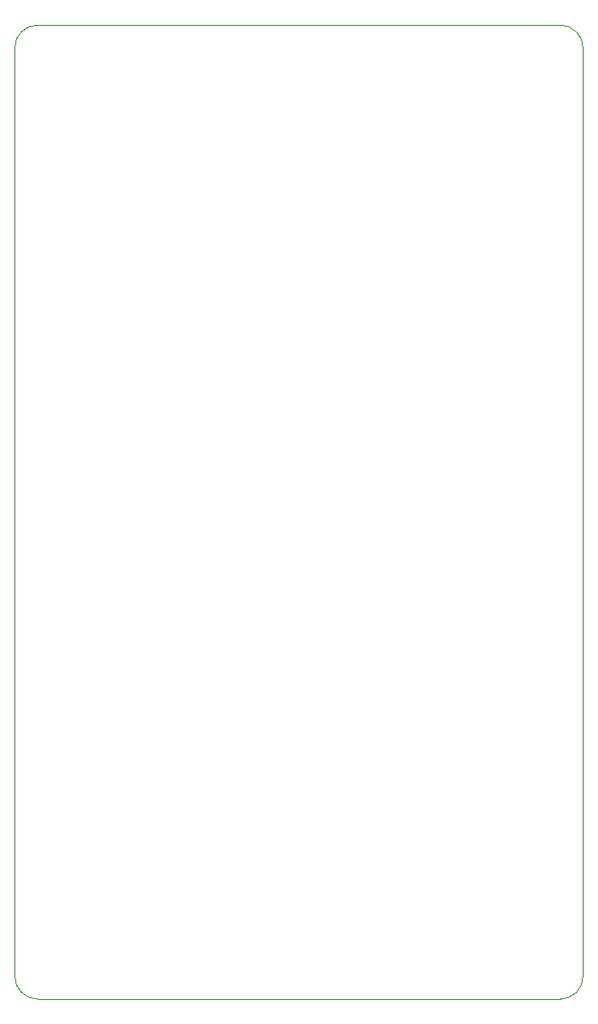
<source format=gm1>
G04*
G04 #@! TF.GenerationSoftware,Altium Limited,Altium Designer,25.3.3 (18)*
G04*
G04 Layer_Color=16711935*
%FSLAX44Y44*%
%MOMM*%
G71*
G04*
G04 #@! TF.SameCoordinates,E74E417C-EFC3-4B03-BFDF-08B39AB8E956*
G04*
G04*
G04 #@! TF.FilePolarity,Positive*
G04*
G01*
G75*
%ADD10C,0.1000*%
D10*
X502000Y830000D02*
G03*
X482000Y850000I-20000J0D01*
G01*
X20000Y850000D02*
G03*
X0Y830000I0J-20000D01*
G01*
Y10000D02*
G03*
X20000Y-10000I20000J0D01*
G01*
X482000Y-10000D02*
G03*
X502000Y10000I0J20000D01*
G01*
X20319Y-10000D02*
X482063Y-10000D01*
X502000Y9899D02*
X502000Y830000D01*
X-0Y9864D02*
X0Y829900D01*
X20142Y850000D02*
X482000Y850000D01*
M02*

</source>
